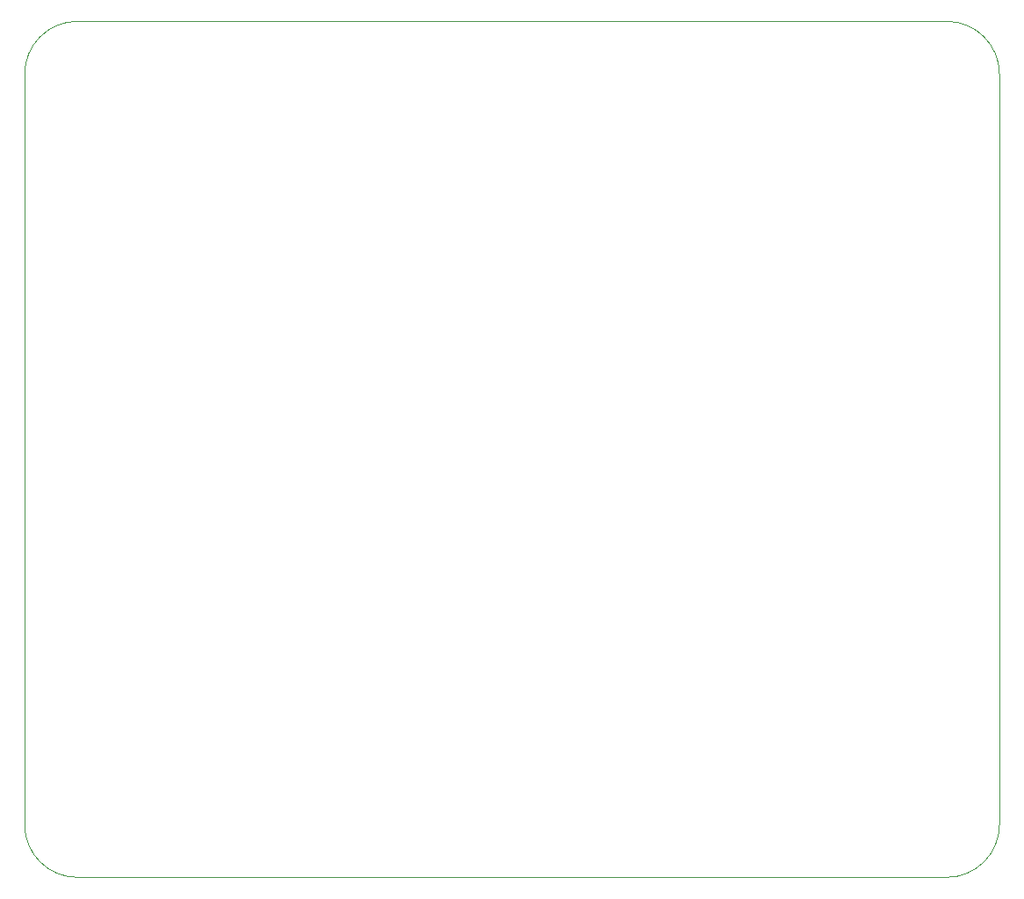
<source format=gbr>
G04 #@! TF.GenerationSoftware,KiCad,Pcbnew,(5.1.4-0-10_14)*
G04 #@! TF.CreationDate,2019-09-24T11:38:50-07:00*
G04 #@! TF.ProjectId,STPre6080PSU,53545072-6536-4303-9830-5053552e6b69,1.0*
G04 #@! TF.SameCoordinates,Original*
G04 #@! TF.FileFunction,Profile,NP*
%FSLAX46Y46*%
G04 Gerber Fmt 4.6, Leading zero omitted, Abs format (unit mm)*
G04 Created by KiCad (PCBNEW (5.1.4-0-10_14)) date 2019-09-24 11:38:50*
%MOMM*%
%LPD*%
G04 APERTURE LIST*
%ADD10C,0.050000*%
G04 APERTURE END LIST*
D10*
X180340000Y-139700000D02*
X96520000Y-139700000D01*
X185420000Y-62230000D02*
X185420000Y-134620000D01*
X96520000Y-57150000D02*
X180340000Y-57150000D01*
X91440000Y-134620000D02*
X91440000Y-62230000D01*
X91440000Y-62230000D02*
G75*
G02X96520000Y-57150000I5080000J0D01*
G01*
X96520000Y-139700000D02*
G75*
G02X91440000Y-134620000I0J5080000D01*
G01*
X185420000Y-134620000D02*
G75*
G02X180340000Y-139700000I-5080000J0D01*
G01*
X180340000Y-57150000D02*
G75*
G02X185420000Y-62230000I0J-5080000D01*
G01*
M02*

</source>
